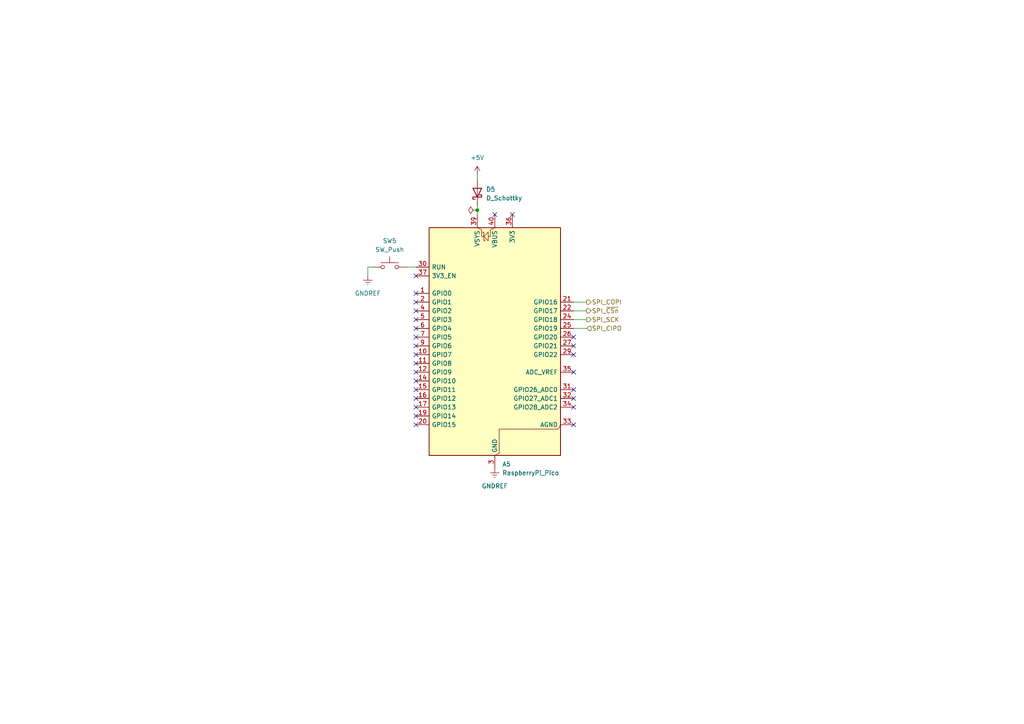
<source format=kicad_sch>
(kicad_sch (version 20250114) (generator "eeschema") (generator_version "9.0")
  (paper "A4")
  (title_block (title "Game Agent / Player") (date "2025-10-31") (rev "1.0") (company "Cornell University - ECE4760 Final Project"))
  (lib_symbols
    (symbol "Device:D_Schottky" (pin_numbers (hide yes)) (pin_names (offset 1.016) (hide yes))
      (property "Reference" "D" (at 0 2.54 0))
      (property "Value" "D_Schottky" (at 0 -2.54 0))
      (symbol "D_Schottky_0_1"
        (polyline (pts (xy -1.905 0.635) (xy -1.905 1.27) (xy -1.27 1.27) (xy -1.27 -1.27) (xy -0.635 -1.27) (xy -0.635 -0.635)) (stroke (width 0.254)))
        (polyline (pts (xy 1.27 1.27) (xy 1.27 -1.27) (xy -1.27 0) (xy 1.27 1.27)) (stroke (width 0.254)))
        (polyline (pts (xy 1.27 0) (xy -1.27 0)))
      )
      (symbol "D_Schottky_1_1"
        (pin passive line (at -3.81 0 0) (length 2.54) (name "K") (number "1"))
        (pin passive line (at 3.81 0 180) (length 2.54) (name "A") (number "2"))
      )
    )
    (symbol "MCU_Module:RaspberryPi_Pico" (pin_names (offset 0.762))
      (property "Reference" "A" (at -19.05 35.56 0))
      (property "Value" "RaspberryPi_Pico" (at 7.62 35.56 0))
      (symbol "RaspberryPi_Pico_0_1"
        (rectangle (start -19.05 34.29) (end 19.05 -31.75) (stroke (width 0.254)) (fill (type background)))
        (polyline (pts (xy -5.08 34.29) (xy -3.81 33.655) (xy -3.81 31.75) (xy -3.175 31.75)))
        (polyline (pts (xy -3.429 32.766) (xy -3.429 33.02) (xy -3.175 33.02) (xy -3.175 30.48) (xy -2.921 30.48) (xy -2.921 30.734)))
        (polyline (pts (xy -3.175 31.75) (xy -1.905 33.02) (xy -1.905 30.48) (xy -3.175 31.75)))
        (polyline (pts (xy 0 34.29) (xy -1.27 33.655) (xy -1.27 31.75) (xy -1.905 31.75)))
        (polyline (pts (xy 0 -31.75) (xy 1.27 -31.115) (xy 1.27 -24.13) (xy 18.415 -24.13) (xy 19.05 -22.86)))
      )
      (symbol "RaspberryPi_Pico_1_1"
        (pin passive line (at -22.86 22.86 0) (length 3.81) (name "RUN") (number "30"))
        (pin passive line (at -22.86 20.32 0) (length 3.81) (name "3V3_EN") (number "37"))
        (pin bidirectional line (at -22.86 15.24 0) (length 3.81) (name "GPIO0") (number "1"))
        (pin bidirectional line (at -22.86 12.7 0) (length 3.81) (name "GPIO1") (number "2"))
        (pin bidirectional line (at -22.86 10.16 0) (length 3.81) (name "GPIO2") (number "4"))
        (pin bidirectional line (at -22.86 7.62 0) (length 3.81) (name "GPIO3") (number "5"))
        (pin bidirectional line (at -22.86 5.08 0) (length 3.81) (name "GPIO4") (number "6"))
        (pin bidirectional line (at -22.86 2.54 0) (length 3.81) (name "GPIO5") (number "7"))
        (pin bidirectional line (at -22.86 0 0) (length 3.81) (name "GPIO6") (number "9"))
        (pin bidirectional line (at -22.86 -2.54 0) (length 3.81) (name "GPIO7") (number "10"))
        (pin bidirectional line (at -22.86 -5.08 0) (length 3.81) (name "GPIO8") (number "11"))
        (pin bidirectional line (at -22.86 -7.62 0) (length 3.81) (name "GPIO9") (number "12"))
        (pin bidirectional line (at -22.86 -10.16 0) (length 3.81) (name "GPIO10") (number "14"))
        (pin bidirectional line (at -22.86 -12.7 0) (length 3.81) (name "GPIO11") (number "15"))
        (pin bidirectional line (at -22.86 -15.24 0) (length 3.81) (name "GPIO12") (number "16"))
        (pin bidirectional line (at -22.86 -17.78 0) (length 3.81) (name "GPIO13") (number "17"))
        (pin bidirectional line (at -22.86 -20.32 0) (length 3.81) (name "GPIO14") (number "19"))
        (pin bidirectional line (at -22.86 -22.86 0) (length 3.81) (name "GPIO15") (number "20"))
        (pin power_in line (at -5.08 38.1 270) (length 3.81) (name "VSYS") (number "39"))
        (pin power_out line (at 0 38.1 270) (length 3.81) (name "VBUS") (number "40"))
        (pin passive line (at 0 -35.56 90) (length 3.81) (hide yes) (name "GND") (number "13"))
        (pin passive line (at 0 -35.56 90) (length 3.81) (hide yes) (name "GND") (number "18"))
        (pin passive line (at 0 -35.56 90) (length 3.81) (hide yes) (name "GND") (number "23"))
        (pin passive line (at 0 -35.56 90) (length 3.81) (hide yes) (name "GND") (number "28"))
        (pin power_out line (at 0 -35.56 90) (length 3.81) (name "GND") (number "3"))
        (pin passive line (at 0 -35.56 90) (length 3.81) (hide yes) (name "GND") (number "38"))
        (pin passive line (at 0 -35.56 90) (length 3.81) (hide yes) (name "GND") (number "8"))
        (pin power_out line (at 5.08 38.1 270) (length 3.81) (name "3V3") (number "36"))
        (pin bidirectional line (at 22.86 12.7 180) (length 3.81) (name "GPIO16") (number "21"))
        (pin bidirectional line (at 22.86 10.16 180) (length 3.81) (name "GPIO17") (number "22"))
        (pin bidirectional line (at 22.86 7.62 180) (length 3.81) (name "GPIO18") (number "24"))
        (pin bidirectional line (at 22.86 5.08 180) (length 3.81) (name "GPIO19") (number "25"))
        (pin bidirectional line (at 22.86 2.54 180) (length 3.81) (name "GPIO20") (number "26"))
        (pin bidirectional line (at 22.86 0 180) (length 3.81) (name "GPIO21") (number "27"))
        (pin bidirectional line (at 22.86 -2.54 180) (length 3.81) (name "GPIO22") (number "29"))
        (pin power_in line (at 22.86 -7.62 180) (length 3.81) (name "ADC_VREF") (number "35"))
        (pin bidirectional line (at 22.86 -12.7 180) (length 3.81) (name "GPIO26_ADC0") (number "31"))
        (pin bidirectional line (at 22.86 -15.24 180) (length 3.81) (name "GPIO27_ADC1") (number "32"))
        (pin bidirectional line (at 22.86 -17.78 180) (length 3.81) (name "GPIO28_ADC2") (number "34"))
        (pin power_out line (at 22.86 -22.86 180) (length 3.81) (name "AGND") (number "33"))
      )
    )
    (symbol "Switch:SW_Push" (pin_numbers (hide yes)) (pin_names (offset 1.016) (hide yes))
      (property "Reference" "SW" (at 1.27 2.54 0))
      (property "Value" "SW_Push" (at 0 -1.524 0))
      (symbol "SW_Push_0_1"
        (circle (center -2.032 0) (radius 0.508))
        (polyline (pts (xy 0 1.27) (xy 0 3.048)))
        (circle (center 2.032 0) (radius 0.508))
        (polyline (pts (xy 2.54 1.27) (xy -2.54 1.27)))
        (pin passive line (at -5.08 0 0) (length 2.54) (name "1") (number "1"))
        (pin passive line (at 5.08 0 180) (length 2.54) (name "2") (number "2"))
      )
    )
    (symbol "power:+5V" (power) (pin_numbers (hide yes)) (pin_names (offset 0) (hide yes))
      (property "Value" "+5V" (at 0 3.556 0))
      (symbol "+5V_0_1"
        (polyline (pts (xy -0.762 1.27) (xy 0 2.54)))
        (polyline (pts (xy 0 2.54) (xy 0.762 1.27)))
        (polyline (pts (xy 0 0) (xy 0 2.54)))
      )
      (symbol "+5V_1_1"
        (pin power_in line (at 0 0 90) (length 0) (name "~") (number "1"))
      )
    )
    (symbol "power:GNDREF" (power) (pin_numbers (hide yes)) (pin_names (offset 0) (hide yes))
      (property "Value" "GNDREF" (at 0 -3.81 0))
      (symbol "GNDREF_0_1"
        (polyline (pts (xy -0.635 -1.905) (xy 0.635 -1.905)))
        (polyline (pts (xy -0.127 -2.54) (xy 0.127 -2.54)))
        (polyline (pts (xy 0 -1.27) (xy 0 0)))
        (polyline (pts (xy 1.27 -1.27) (xy -1.27 -1.27)))
      )
      (symbol "GNDREF_1_1"
        (pin power_in line (at 0 0 270) (length 0) (name "~") (number "1"))
      )
    )
    (symbol "power:PWR_FLAG" (power) (pin_numbers (hide yes)) (pin_names (offset 0) (hide yes))
      (property "Value" "PWR_FLAG" (at 0 3.81 0))
      (symbol "PWR_FLAG_0_0"
        (pin power_out line (at 0 0 90) (length 0) (name "~") (number "1"))
      )
      (symbol "PWR_FLAG_0_1"
        (polyline (pts (xy 0 0) (xy 0 1.27) (xy -1.016 1.905) (xy 0 2.54) (xy 1.016 1.905) (xy 0 1.27)))
      )
    )
  )
  (junction (at 138.43 60.96))
  (no_connect (at 120.65 80.01))
  (no_connect (at 120.65 113.03))
  (no_connect (at 120.65 90.17))
  (no_connect (at 166.37 97.79))
  (no_connect (at 120.65 118.11))
  (no_connect (at 120.65 92.71))
  (no_connect (at 120.65 105.41))
  (no_connect (at 143.51 62.23))
  (no_connect (at 166.37 107.95))
  (no_connect (at 120.65 85.09))
  (no_connect (at 166.37 102.87))
  (no_connect (at 120.65 110.49))
  (no_connect (at 166.37 115.57))
  (no_connect (at 166.37 100.33))
  (no_connect (at 120.65 120.65))
  (no_connect (at 166.37 123.19))
  (no_connect (at 120.65 100.33))
  (no_connect (at 120.65 102.87))
  (no_connect (at 148.59 62.23))
  (no_connect (at 120.65 95.25))
  (no_connect (at 166.37 118.11))
  (no_connect (at 120.65 107.95))
  (no_connect (at 166.37 113.03))
  (no_connect (at 120.65 123.19))
  (no_connect (at 120.65 87.63))
  (no_connect (at 120.65 97.79))
  (no_connect (at 120.65 115.57))
  (wire (pts (xy 166.37 95.25) (xy 170.18 95.25)))
  (wire (pts (xy 166.37 90.17) (xy 170.18 90.17)))
  (wire (pts (xy 166.37 87.63) (xy 170.18 87.63)))
  (wire (pts (xy 166.37 92.71) (xy 170.18 92.71)))
  (wire (pts (xy 138.43 60.96) (xy 138.43 62.23)))
  (wire (pts (xy 106.68 80.01) (xy 106.68 77.47)))
  (wire (pts (xy 138.43 50.8) (xy 138.43 52.07)))
  (wire (pts (xy 138.43 59.69) (xy 138.43 60.96)))
  (wire (pts (xy 106.68 77.47) (xy 107.95 77.47)))
  (wire (pts (xy 118.11 77.47) (xy 120.65 77.47)))
  (hierarchical_label "SPI_~{CSn}" (shape output) (at 170.18 90.17 0))
  (hierarchical_label "SPI_COPI" (shape output) (at 170.18 87.63 0))
  (hierarchical_label "SPI_CIPO" (shape input) (at 170.18 95.25 0))
  (hierarchical_label "SPI_SCK" (shape output) (at 170.18 92.71 0))
  (symbol (lib_id "Switch:SW_Push") (at 113.03 77.47 0) (unit 1)
    (property "Reference" "SW2" (at 113.03 69.85 0))
    (property "Value" "SW_Push" (at 113.03 72.39 0))
    (property "Description" "Push button switch, generic, two pins" (effects (hide yes)))
    (instances (project "ece4760-distributed-snake" (path "" (reference "SW5") (unit 1)) (path "" (reference "SW2") (unit 1)) (path "" (reference "SW4") (unit 1)) (path "" (reference "SW3") (unit 1))))
  )
  (symbol (lib_id "power:+5V") (at 138.43 50.8 0) (unit 1)
    (property "Reference" "#PWR08" (effects (hide yes)))
    (property "Value" "+5V" (at 138.43 45.72 0))
    (property "Description" "Power symbol creates a global label with name \"+5V\"" (effects (hide yes)))
    (instances (project "ece4760-distributed-snake" (path "" (reference "#PWR020") (unit 1)) (path "" (reference "#PWR08") (unit 1)) (path "" (reference "#PWR016") (unit 1)) (path "" (reference "#PWR012") (unit 1))))
  )
  (symbol (lib_id "MCU_Module:RaspberryPi_Pico") (at 143.51 100.33 0) (unit 1)
    (property "Reference" "A2" (at 145.6533 134.62 0) (effects (justify left)))
    (property "Value" "RaspberryPi_Pico" (at 145.6533 137.16 0) (effects (justify left)))
    (property "Footprint" "Module:RaspberryPi_Pico_Common_Unspecified" (effects (hide yes)))
    (property "Datasheet" "https://datasheets.raspberrypi.com/pico/pico-datasheet.pdf" (effects (hide yes)))
    (property "Description" "Versatile and inexpensive microcontroller module powered by RP2040 dual-core Arm Cortex-M0+ processor up to 133 MHz, 264kB SRAM, 2MB QSPI flash; also supports Raspberry Pi Pico 2" (effects (hide yes)))
    (instances (project "ece4760-distributed-snake" (path "" (reference "A5") (unit 1)) (path "" (reference "A2") (unit 1)) (path "" (reference "A4") (unit 1)) (path "" (reference "A3") (unit 1))))
  )
  (symbol (lib_id "Device:D_Schottky") (at 138.43 55.88 90) (unit 1)
    (property "Reference" "D2" (at 140.97 54.9274 90) (effects (justify right)))
    (property "Value" "D_Schottky" (at 140.97 57.4674 90) (effects (justify right)))
    (property "Description" "Schottky diode" (effects (hide yes)))
    (instances (project "ece4760-distributed-snake" (path "" (reference "D5") (unit 1)) (path "" (reference "D2") (unit 1)) (path "" (reference "D4") (unit 1)) (path "" (reference "D3") (unit 1))))
  )
  (symbol (lib_id "power:GNDREF") (at 106.68 80.01 0) (unit 1)
    (property "Reference" "#PWR07" (effects (hide yes)))
    (property "Value" "GNDREF" (at 106.68 85.09 0))
    (property "Description" "Power symbol creates a global label with name \"GNDREF\" , reference supply ground" (effects (hide yes)))
    (instances (project "ece4760-distributed-snake" (path "" (reference "#PWR019") (unit 1)) (path "" (reference "#PWR07") (unit 1)) (path "" (reference "#PWR015") (unit 1)) (path "" (reference "#PWR011") (unit 1))))
  )
  (symbol (lib_id "power:PWR_FLAG") (at 138.43 60.96 90) (unit 1)
    (property "Reference" "#FLG03" (effects (hide yes)))
    (property "Value" "PWR_FLAG" (effects (hide yes)))
    (property "Description" "Special symbol for telling ERC where power comes from" (effects (hide yes)))
    (instances (project "" (path "" (reference "#FLG06") (unit 1)) (path "" (reference "#FLG03") (unit 1)) (path "" (reference "#FLG05") (unit 1)) (path "" (reference "#FLG04") (unit 1))))
  )
  (symbol (lib_id "power:GNDREF") (at 143.51 135.89 0) (unit 1)
    (property "Reference" "#PWR09" (effects (hide yes)))
    (property "Value" "GNDREF" (at 143.51 140.97 0))
    (property "Description" "Power symbol creates a global label with name \"GNDREF\" , reference supply ground" (effects (hide yes)))
    (instances (project "ece4760-distributed-snake" (path "" (reference "#PWR021") (unit 1)) (path "" (reference "#PWR09") (unit 1)) (path "" (reference "#PWR017") (unit 1)) (path "" (reference "#PWR013") (unit 1))))
  )
)
</source>
